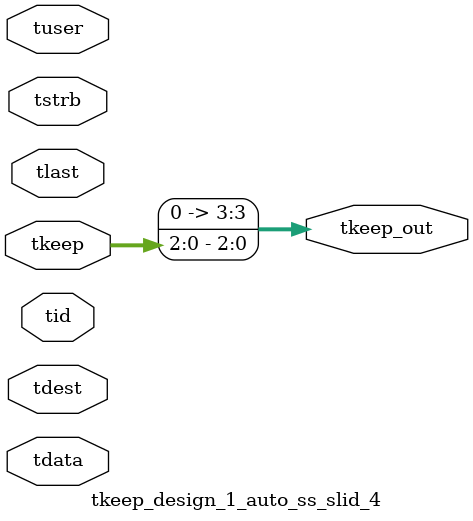
<source format=v>


`timescale 1ps/1ps

module tkeep_design_1_auto_ss_slid_4 #
(
parameter C_S_AXIS_TDATA_WIDTH = 32,
parameter C_S_AXIS_TUSER_WIDTH = 0,
parameter C_S_AXIS_TID_WIDTH   = 0,
parameter C_S_AXIS_TDEST_WIDTH = 0,
parameter C_M_AXIS_TDATA_WIDTH = 32
)
(
input  [(C_S_AXIS_TDATA_WIDTH == 0 ? 1 : C_S_AXIS_TDATA_WIDTH)-1:0     ] tdata,
input  [(C_S_AXIS_TUSER_WIDTH == 0 ? 1 : C_S_AXIS_TUSER_WIDTH)-1:0     ] tuser,
input  [(C_S_AXIS_TID_WIDTH   == 0 ? 1 : C_S_AXIS_TID_WIDTH)-1:0       ] tid,
input  [(C_S_AXIS_TDEST_WIDTH == 0 ? 1 : C_S_AXIS_TDEST_WIDTH)-1:0     ] tdest,
input  [(C_S_AXIS_TDATA_WIDTH/8)-1:0 ] tkeep,
input  [(C_S_AXIS_TDATA_WIDTH/8)-1:0 ] tstrb,
input                                                                    tlast,
output [(C_M_AXIS_TDATA_WIDTH/8)-1:0 ] tkeep_out
);

assign tkeep_out = {tkeep[2:0]};

endmodule


</source>
